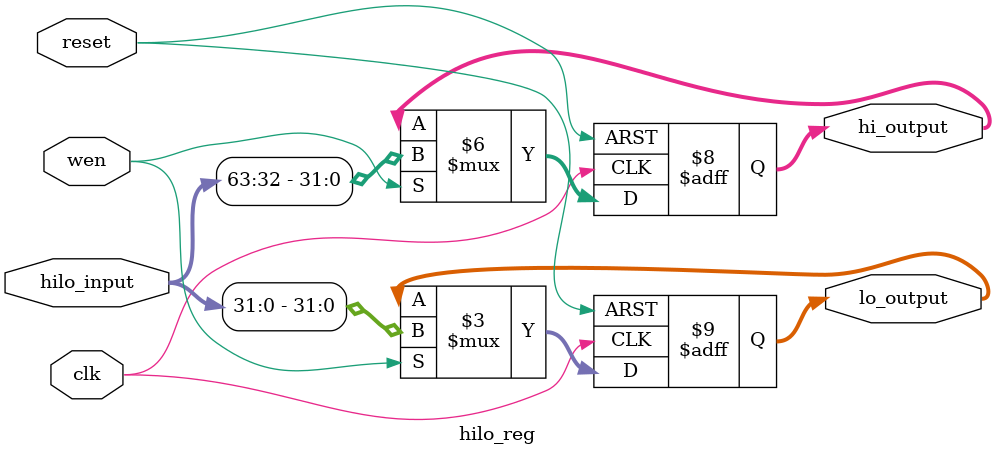
<source format=v>
module hilo_reg (
    input clk,
    input reset,
    input [63:0] hilo_input,
    input wen,
    output reg [31:0] hi_output,
    output reg [31:0] lo_output
);

  always @(posedge clk or posedge reset) begin
    if (reset) begin
      // 复位，清零 hi 和 lo 寄存器
      hi_output <= 32'b0;
      lo_output <= 32'b0;
    end else if (wen) begin
      // 写入
      hi_output <= hilo_input[63:32];
      lo_output <= hilo_input[31:0];
    end else begin
      // 读取
      hi_output <= hi_output;
      lo_output <= lo_output;
    end
  end

endmodule

</source>
